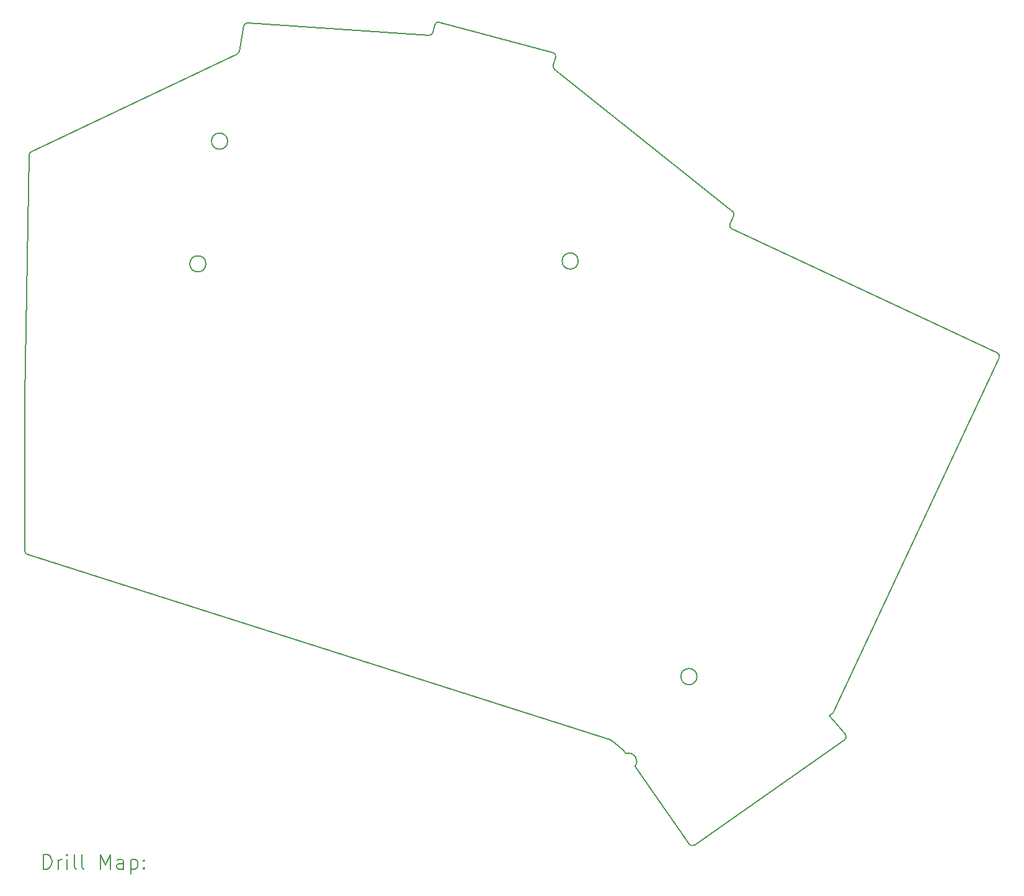
<source format=gbr>
%TF.GenerationSoftware,KiCad,Pcbnew,8.0.8+1*%
%TF.CreationDate,2025-05-19T02:25:44+00:00*%
%TF.ProjectId,backplate,6261636b-706c-4617-9465-2e6b69636164,0.2*%
%TF.SameCoordinates,Original*%
%TF.FileFunction,Drillmap*%
%TF.FilePolarity,Positive*%
%FSLAX45Y45*%
G04 Gerber Fmt 4.5, Leading zero omitted, Abs format (unit mm)*
G04 Created by KiCad (PCBNEW 8.0.8+1) date 2025-05-19 02:25:44*
%MOMM*%
%LPD*%
G01*
G04 APERTURE LIST*
%ADD10C,0.150000*%
%ADD11C,0.200000*%
G04 APERTURE END LIST*
D10*
X9100007Y-9126587D02*
X9154488Y-5825011D01*
X9183010Y-5780681D02*
X12001128Y-4440685D01*
X12028897Y-4404213D02*
X12090392Y-4055454D01*
X12143067Y-4014254D02*
X14616690Y-4184528D01*
X14668420Y-4147587D02*
X14697001Y-4040921D01*
X14758238Y-4005566D02*
X16308936Y-4421074D01*
X16344291Y-4482312D02*
X16313519Y-4597154D01*
X16330607Y-4649160D02*
X18762011Y-6591581D01*
X18724064Y-6763405D02*
X18776118Y-6651776D01*
X20080569Y-13476294D02*
X20299724Y-13732601D01*
X20290401Y-13806052D02*
X18238488Y-15242817D01*
X18168852Y-15230539D02*
X17425818Y-14169376D01*
X17303348Y-13994471D02*
X17272259Y-13950072D01*
X17262597Y-13939756D02*
X17106773Y-13814703D01*
X17090630Y-13806050D02*
X9134848Y-11276082D01*
X9100000Y-11228433D02*
X9100000Y-9127412D01*
X18748249Y-6829851D02*
X22371577Y-8519437D01*
X22395761Y-8585883D02*
X20137837Y-13428016D01*
X20121201Y-13447843D02*
X20080569Y-13476294D01*
X9154488Y-5825011D02*
G75*
G02*
X9183012Y-5780685I49992J-829D01*
G01*
X12028897Y-4404213D02*
G75*
G02*
X12001127Y-4440684I-49237J8683D01*
G01*
X12090392Y-4055454D02*
G75*
G02*
X12143066Y-4014260I49238J-8686D01*
G01*
X14668420Y-4147587D02*
G75*
G02*
X14616690Y-4184535I-48300J12937D01*
G01*
X14697001Y-4040921D02*
G75*
G02*
X14758240Y-4005561I48299J-12939D01*
G01*
X16308936Y-4421074D02*
G75*
G02*
X16344287Y-4482311I-12946J-48296D01*
G01*
X16330607Y-4649160D02*
G75*
G02*
X16313525Y-4597156I31213J39060D01*
G01*
X18762010Y-6591581D02*
G75*
G02*
X18776122Y-6651778I-31210J-39069D01*
G01*
X18748249Y-6829851D02*
G75*
G02*
X18724069Y-6763407I21131J45312D01*
G01*
X22371577Y-8519437D02*
G75*
G02*
X22395760Y-8585883I-21127J-45313D01*
G01*
X20137837Y-13428016D02*
G75*
G02*
X20121202Y-13447845I-45317J21126D01*
G01*
X20299724Y-13732601D02*
G75*
G02*
X20290397Y-13806047I-38004J-32489D01*
G01*
X18238488Y-15242817D02*
G75*
G02*
X18168853Y-15230538I-28678J40957D01*
G01*
X17262597Y-13939756D02*
G75*
G02*
X17272259Y-13950073I-31297J-38994D01*
G01*
X17090630Y-13806050D02*
G75*
G02*
X17106773Y-13814703I-15150J-47650D01*
G01*
X9134848Y-11276082D02*
G75*
G02*
X9099997Y-11228433I15153J47652D01*
G01*
X9100000Y-9127412D02*
G75*
G02*
X9100007Y-9126587I50050J2D01*
G01*
X11866476Y-5632457D02*
G75*
G02*
X11646476Y-5632457I-110000J0D01*
G01*
X11646476Y-5632457D02*
G75*
G02*
X11866476Y-5632457I110000J0D01*
G01*
X11571274Y-7306630D02*
G75*
G02*
X11351274Y-7306630I-110000J0D01*
G01*
X11351274Y-7306630D02*
G75*
G02*
X11571274Y-7306630I110000J0D01*
G01*
X16652656Y-7268418D02*
G75*
G02*
X16432656Y-7268418I-110000J0D01*
G01*
X16432656Y-7268418D02*
G75*
G02*
X16652656Y-7268418I110000J0D01*
G01*
X17303348Y-13994471D02*
G75*
G02*
X17425818Y-14169376I39533J-102649D01*
G01*
X18273650Y-12943031D02*
G75*
G02*
X18053650Y-12943031I-110000J0D01*
G01*
X18053650Y-12943031D02*
G75*
G02*
X18273650Y-12943031I110000J0D01*
G01*
D11*
X9353277Y-15570843D02*
X9353277Y-15370843D01*
X9353277Y-15370843D02*
X9400896Y-15370843D01*
X9400896Y-15370843D02*
X9429467Y-15380367D01*
X9429467Y-15380367D02*
X9448515Y-15399414D01*
X9448515Y-15399414D02*
X9458039Y-15418462D01*
X9458039Y-15418462D02*
X9467563Y-15456557D01*
X9467563Y-15456557D02*
X9467563Y-15485129D01*
X9467563Y-15485129D02*
X9458039Y-15523224D01*
X9458039Y-15523224D02*
X9448515Y-15542272D01*
X9448515Y-15542272D02*
X9429467Y-15561319D01*
X9429467Y-15561319D02*
X9400896Y-15570843D01*
X9400896Y-15570843D02*
X9353277Y-15570843D01*
X9553277Y-15570843D02*
X9553277Y-15437510D01*
X9553277Y-15475605D02*
X9562801Y-15456557D01*
X9562801Y-15456557D02*
X9572324Y-15447033D01*
X9572324Y-15447033D02*
X9591372Y-15437510D01*
X9591372Y-15437510D02*
X9610420Y-15437510D01*
X9677086Y-15570843D02*
X9677086Y-15437510D01*
X9677086Y-15370843D02*
X9667563Y-15380367D01*
X9667563Y-15380367D02*
X9677086Y-15389891D01*
X9677086Y-15389891D02*
X9686610Y-15380367D01*
X9686610Y-15380367D02*
X9677086Y-15370843D01*
X9677086Y-15370843D02*
X9677086Y-15389891D01*
X9800896Y-15570843D02*
X9781848Y-15561319D01*
X9781848Y-15561319D02*
X9772324Y-15542272D01*
X9772324Y-15542272D02*
X9772324Y-15370843D01*
X9905658Y-15570843D02*
X9886610Y-15561319D01*
X9886610Y-15561319D02*
X9877086Y-15542272D01*
X9877086Y-15542272D02*
X9877086Y-15370843D01*
X10134229Y-15570843D02*
X10134229Y-15370843D01*
X10134229Y-15370843D02*
X10200896Y-15513700D01*
X10200896Y-15513700D02*
X10267563Y-15370843D01*
X10267563Y-15370843D02*
X10267563Y-15570843D01*
X10448515Y-15570843D02*
X10448515Y-15466081D01*
X10448515Y-15466081D02*
X10438991Y-15447033D01*
X10438991Y-15447033D02*
X10419944Y-15437510D01*
X10419944Y-15437510D02*
X10381848Y-15437510D01*
X10381848Y-15437510D02*
X10362801Y-15447033D01*
X10448515Y-15561319D02*
X10429467Y-15570843D01*
X10429467Y-15570843D02*
X10381848Y-15570843D01*
X10381848Y-15570843D02*
X10362801Y-15561319D01*
X10362801Y-15561319D02*
X10353277Y-15542272D01*
X10353277Y-15542272D02*
X10353277Y-15523224D01*
X10353277Y-15523224D02*
X10362801Y-15504176D01*
X10362801Y-15504176D02*
X10381848Y-15494653D01*
X10381848Y-15494653D02*
X10429467Y-15494653D01*
X10429467Y-15494653D02*
X10448515Y-15485129D01*
X10543753Y-15437510D02*
X10543753Y-15637510D01*
X10543753Y-15447033D02*
X10562801Y-15437510D01*
X10562801Y-15437510D02*
X10600896Y-15437510D01*
X10600896Y-15437510D02*
X10619944Y-15447033D01*
X10619944Y-15447033D02*
X10629467Y-15456557D01*
X10629467Y-15456557D02*
X10638991Y-15475605D01*
X10638991Y-15475605D02*
X10638991Y-15532748D01*
X10638991Y-15532748D02*
X10629467Y-15551795D01*
X10629467Y-15551795D02*
X10619944Y-15561319D01*
X10619944Y-15561319D02*
X10600896Y-15570843D01*
X10600896Y-15570843D02*
X10562801Y-15570843D01*
X10562801Y-15570843D02*
X10543753Y-15561319D01*
X10724705Y-15551795D02*
X10734229Y-15561319D01*
X10734229Y-15561319D02*
X10724705Y-15570843D01*
X10724705Y-15570843D02*
X10715182Y-15561319D01*
X10715182Y-15561319D02*
X10724705Y-15551795D01*
X10724705Y-15551795D02*
X10724705Y-15570843D01*
X10724705Y-15447033D02*
X10734229Y-15456557D01*
X10734229Y-15456557D02*
X10724705Y-15466081D01*
X10724705Y-15466081D02*
X10715182Y-15456557D01*
X10715182Y-15456557D02*
X10724705Y-15447033D01*
X10724705Y-15447033D02*
X10724705Y-15466081D01*
M02*

</source>
